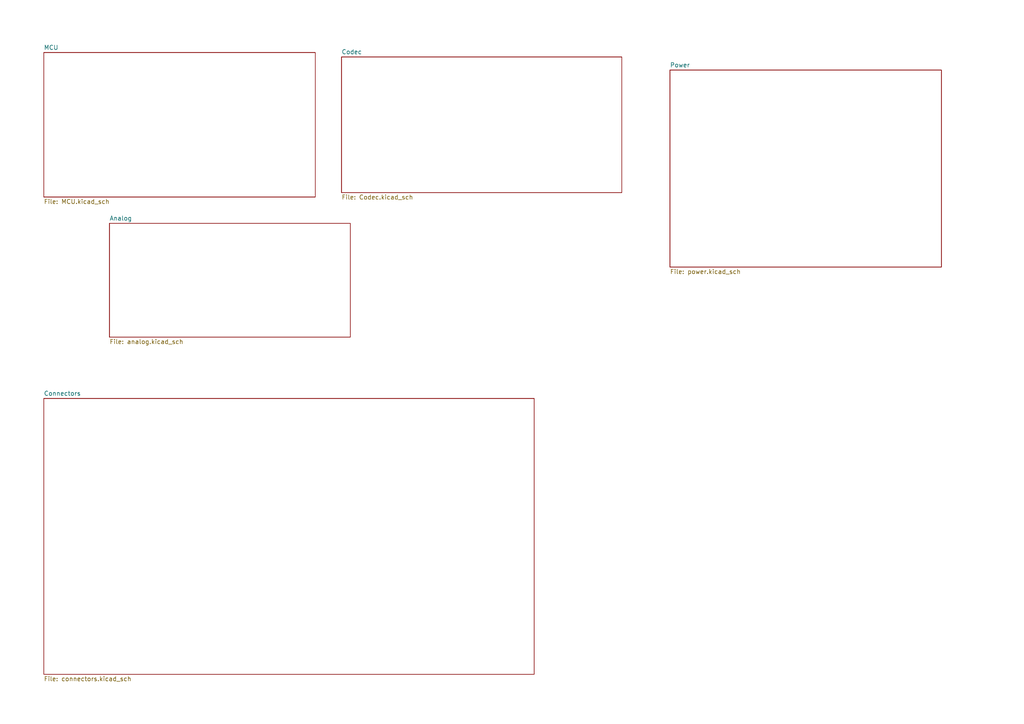
<source format=kicad_sch>
(kicad_sch (version 20230121) (generator eeschema)

  (uuid 7c40bb6d-39d1-4b91-a2f2-a85e74d3b158)

  (paper "A4")

  (lib_symbols
  )


  (sheet (at 12.7 15.24) (size 78.74 41.91) (fields_autoplaced)
    (stroke (width 0.1524) (type solid))
    (fill (color 0 0 0 0.0000))
    (uuid 43b83324-4b5b-4a32-9c48-137538d62584)
    (property "Sheetname" "MCU" (at 12.7 14.5284 0)
      (effects (font (size 1.27 1.27)) (justify left bottom))
    )
    (property "Sheetfile" "MCU.kicad_sch" (at 12.7 57.7346 0)
      (effects (font (size 1.27 1.27)) (justify left top))
    )
    (instances
      (project "AudioAmp"
        (path "/7c40bb6d-39d1-4b91-a2f2-a85e74d3b158" (page "3"))
      )
    )
  )

  (sheet (at 194.31 20.32) (size 78.74 57.15) (fields_autoplaced)
    (stroke (width 0.1524) (type solid))
    (fill (color 0 0 0 0.0000))
    (uuid 54f4758a-8b57-4618-8682-2393a00ecf13)
    (property "Sheetname" "Power" (at 194.31 19.6084 0)
      (effects (font (size 1.27 1.27)) (justify left bottom))
    )
    (property "Sheetfile" "power.kicad_sch" (at 194.31 78.0546 0)
      (effects (font (size 1.27 1.27)) (justify left top))
    )
    (instances
      (project "AudioAmp"
        (path "/7c40bb6d-39d1-4b91-a2f2-a85e74d3b158" (page "5"))
      )
    )
  )

  (sheet (at 12.7 115.57) (size 142.24 80.01) (fields_autoplaced)
    (stroke (width 0.1524) (type solid))
    (fill (color 0 0 0 0.0000))
    (uuid 97bd80ce-01ef-4bab-aca5-9a0417b7661d)
    (property "Sheetname" "Connectors" (at 12.7 114.8584 0)
      (effects (font (size 1.27 1.27)) (justify left bottom))
    )
    (property "Sheetfile" "connectors.kicad_sch" (at 12.7 196.1646 0)
      (effects (font (size 1.27 1.27)) (justify left top))
    )
    (instances
      (project "AudioAmp"
        (path "/7c40bb6d-39d1-4b91-a2f2-a85e74d3b158" (page "2"))
      )
    )
  )

  (sheet (at 99.06 16.51) (size 81.28 39.37) (fields_autoplaced)
    (stroke (width 0.1524) (type solid))
    (fill (color 0 0 0 0.0000))
    (uuid a1522adb-b069-4654-adbe-5870e517e080)
    (property "Sheetname" "Codec" (at 99.06 15.7984 0)
      (effects (font (size 1.27 1.27)) (justify left bottom))
    )
    (property "Sheetfile" "Codec.kicad_sch" (at 99.06 56.4646 0)
      (effects (font (size 1.27 1.27)) (justify left top))
    )
    (instances
      (project "AudioAmp"
        (path "/7c40bb6d-39d1-4b91-a2f2-a85e74d3b158" (page "4"))
      )
    )
  )

  (sheet (at 31.75 64.77) (size 69.85 33.02) (fields_autoplaced)
    (stroke (width 0.1524) (type solid))
    (fill (color 0 0 0 0.0000))
    (uuid d9f22c81-3656-48f7-9541-e4fbc6f14548)
    (property "Sheetname" "Analog" (at 31.75 64.0584 0)
      (effects (font (size 1.27 1.27)) (justify left bottom))
    )
    (property "Sheetfile" "analog.kicad_sch" (at 31.75 98.3746 0)
      (effects (font (size 1.27 1.27)) (justify left top))
    )
    (instances
      (project "AudioAmp"
        (path "/7c40bb6d-39d1-4b91-a2f2-a85e74d3b158" (page "6"))
      )
    )
  )

  (sheet_instances
    (path "/" (page "1"))
  )
)

</source>
